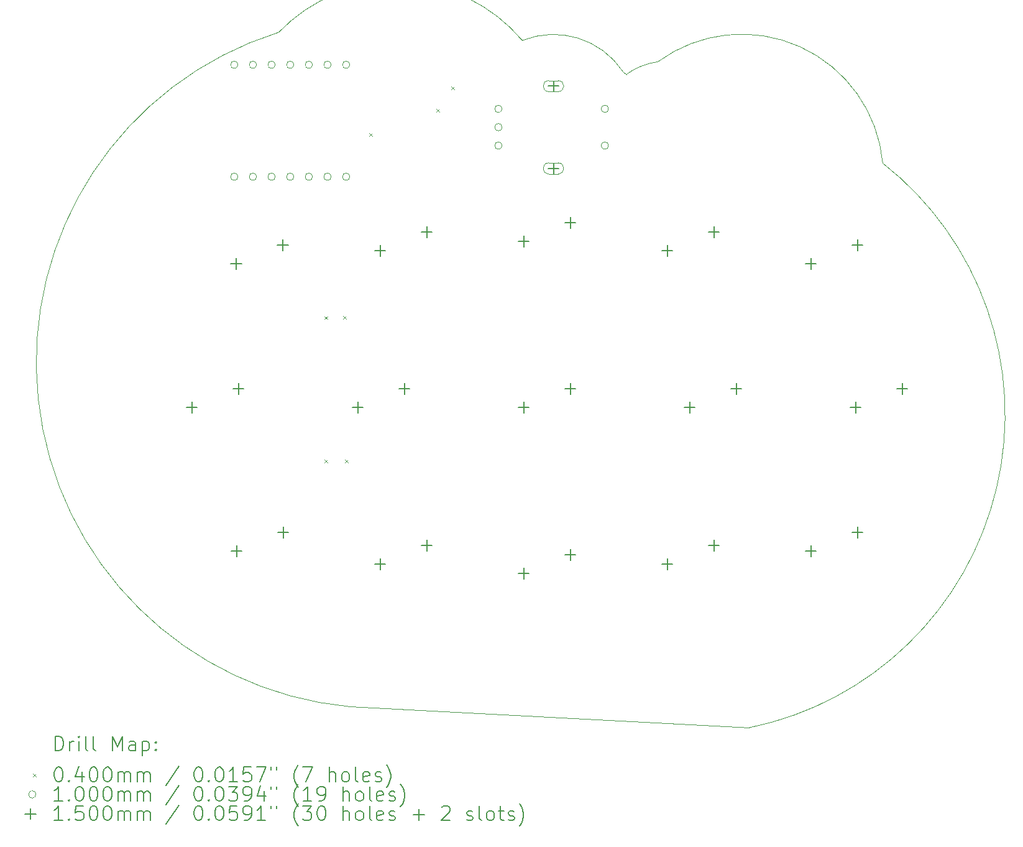
<source format=gbr>
%TF.GenerationSoftware,KiCad,Pcbnew,8.0.5-8.0.5-0~ubuntu22.04.1*%
%TF.CreationDate,2024-10-13T07:52:35-06:00*%
%TF.ProjectId,frogpad,66726f67-7061-4642-9e6b-696361645f70,rev?*%
%TF.SameCoordinates,Original*%
%TF.FileFunction,Drillmap*%
%TF.FilePolarity,Positive*%
%FSLAX45Y45*%
G04 Gerber Fmt 4.5, Leading zero omitted, Abs format (unit mm)*
G04 Created by KiCad (PCBNEW 8.0.5-8.0.5-0~ubuntu22.04.1) date 2024-10-13 07:52:35*
%MOMM*%
%LPD*%
G01*
G04 APERTURE LIST*
%ADD10C,0.100000*%
%ADD11C,0.200000*%
%ADD12C,0.150000*%
G04 APERTURE END LIST*
D10*
X17947787Y-6406427D02*
G75*
G02*
X16133500Y-14091382I-2682387J-3423373D01*
G01*
X14405086Y-5154933D02*
X14454931Y-5197400D01*
X14883813Y-5026267D02*
G75*
G02*
X17947787Y-6406427I1143587J-1552333D01*
G01*
X14454931Y-5197400D02*
G75*
G02*
X14883813Y-5026267I556469J-771600D01*
G01*
X9719368Y-4624958D02*
G75*
G02*
X13037157Y-4735854I1609032J-1547242D01*
G01*
X13037157Y-4735854D02*
G75*
G02*
X14405086Y-5154933I424843J-1055346D01*
G01*
X10689840Y-13806845D02*
G75*
G02*
X9719368Y-4624958I435360J4688245D01*
G01*
X16133500Y-14091382D02*
X10689840Y-13806845D01*
D11*
D10*
X10341400Y-8490800D02*
X10381400Y-8530800D01*
X10381400Y-8490800D02*
X10341400Y-8530800D01*
X10343200Y-10444800D02*
X10383200Y-10484800D01*
X10383200Y-10444800D02*
X10343200Y-10484800D01*
X10597200Y-8489000D02*
X10637200Y-8529000D01*
X10637200Y-8489000D02*
X10597200Y-8529000D01*
X10622600Y-10444800D02*
X10662600Y-10484800D01*
X10662600Y-10444800D02*
X10622600Y-10484800D01*
X10952800Y-5999800D02*
X10992800Y-6039800D01*
X10992800Y-5999800D02*
X10952800Y-6039800D01*
X11867200Y-5669600D02*
X11907200Y-5709600D01*
X11907200Y-5669600D02*
X11867200Y-5709600D01*
X12070400Y-5364800D02*
X12110400Y-5404800D01*
X12110400Y-5364800D02*
X12070400Y-5404800D01*
X9163602Y-5066575D02*
G75*
G02*
X9063602Y-5066575I-50000J0D01*
G01*
X9063602Y-5066575D02*
G75*
G02*
X9163602Y-5066575I50000J0D01*
G01*
X9163602Y-6591575D02*
G75*
G02*
X9063602Y-6591575I-50000J0D01*
G01*
X9063602Y-6591575D02*
G75*
G02*
X9163602Y-6591575I50000J0D01*
G01*
X9417602Y-5066575D02*
G75*
G02*
X9317602Y-5066575I-50000J0D01*
G01*
X9317602Y-5066575D02*
G75*
G02*
X9417602Y-5066575I50000J0D01*
G01*
X9417602Y-6591575D02*
G75*
G02*
X9317602Y-6591575I-50000J0D01*
G01*
X9317602Y-6591575D02*
G75*
G02*
X9417602Y-6591575I50000J0D01*
G01*
X9671602Y-5066575D02*
G75*
G02*
X9571602Y-5066575I-50000J0D01*
G01*
X9571602Y-5066575D02*
G75*
G02*
X9671602Y-5066575I50000J0D01*
G01*
X9671602Y-6591575D02*
G75*
G02*
X9571602Y-6591575I-50000J0D01*
G01*
X9571602Y-6591575D02*
G75*
G02*
X9671602Y-6591575I50000J0D01*
G01*
X9925602Y-5066575D02*
G75*
G02*
X9825602Y-5066575I-50000J0D01*
G01*
X9825602Y-5066575D02*
G75*
G02*
X9925602Y-5066575I50000J0D01*
G01*
X9925602Y-6591575D02*
G75*
G02*
X9825602Y-6591575I-50000J0D01*
G01*
X9825602Y-6591575D02*
G75*
G02*
X9925602Y-6591575I50000J0D01*
G01*
X10179602Y-5066575D02*
G75*
G02*
X10079602Y-5066575I-50000J0D01*
G01*
X10079602Y-5066575D02*
G75*
G02*
X10179602Y-5066575I50000J0D01*
G01*
X10179602Y-6591575D02*
G75*
G02*
X10079602Y-6591575I-50000J0D01*
G01*
X10079602Y-6591575D02*
G75*
G02*
X10179602Y-6591575I50000J0D01*
G01*
X10433602Y-5066575D02*
G75*
G02*
X10333602Y-5066575I-50000J0D01*
G01*
X10333602Y-5066575D02*
G75*
G02*
X10433602Y-5066575I50000J0D01*
G01*
X10433602Y-6591575D02*
G75*
G02*
X10333602Y-6591575I-50000J0D01*
G01*
X10333602Y-6591575D02*
G75*
G02*
X10433602Y-6591575I50000J0D01*
G01*
X10687602Y-5066575D02*
G75*
G02*
X10587602Y-5066575I-50000J0D01*
G01*
X10587602Y-5066575D02*
G75*
G02*
X10687602Y-5066575I50000J0D01*
G01*
X10687602Y-6591575D02*
G75*
G02*
X10587602Y-6591575I-50000J0D01*
G01*
X10587602Y-6591575D02*
G75*
G02*
X10687602Y-6591575I50000J0D01*
G01*
X12762000Y-5667000D02*
G75*
G02*
X12662000Y-5667000I-50000J0D01*
G01*
X12662000Y-5667000D02*
G75*
G02*
X12762000Y-5667000I50000J0D01*
G01*
X12762000Y-5917000D02*
G75*
G02*
X12662000Y-5917000I-50000J0D01*
G01*
X12662000Y-5917000D02*
G75*
G02*
X12762000Y-5917000I50000J0D01*
G01*
X12762000Y-6167000D02*
G75*
G02*
X12662000Y-6167000I-50000J0D01*
G01*
X12662000Y-6167000D02*
G75*
G02*
X12762000Y-6167000I50000J0D01*
G01*
X14212000Y-5667000D02*
G75*
G02*
X14112000Y-5667000I-50000J0D01*
G01*
X14112000Y-5667000D02*
G75*
G02*
X14212000Y-5667000I50000J0D01*
G01*
X14212000Y-6167000D02*
G75*
G02*
X14112000Y-6167000I-50000J0D01*
G01*
X14112000Y-6167000D02*
G75*
G02*
X14212000Y-6167000I50000J0D01*
G01*
D12*
X8534400Y-9653200D02*
X8534400Y-9803200D01*
X8459400Y-9728200D02*
X8609400Y-9728200D01*
X9141460Y-7697400D02*
X9141460Y-7847400D01*
X9066460Y-7772400D02*
X9216460Y-7772400D01*
X9144000Y-11609000D02*
X9144000Y-11759000D01*
X9069000Y-11684000D02*
X9219000Y-11684000D01*
X9169400Y-9399200D02*
X9169400Y-9549200D01*
X9094400Y-9474200D02*
X9244400Y-9474200D01*
X9776460Y-7443400D02*
X9776460Y-7593400D01*
X9701460Y-7518400D02*
X9851460Y-7518400D01*
X9779000Y-11355000D02*
X9779000Y-11505000D01*
X9704000Y-11430000D02*
X9854000Y-11430000D01*
X10795000Y-9653200D02*
X10795000Y-9803200D01*
X10720000Y-9728200D02*
X10870000Y-9728200D01*
X11099800Y-7519600D02*
X11099800Y-7669600D01*
X11024800Y-7594600D02*
X11174800Y-7594600D01*
X11099800Y-11786800D02*
X11099800Y-11936800D01*
X11024800Y-11861800D02*
X11174800Y-11861800D01*
X11430000Y-9399200D02*
X11430000Y-9549200D01*
X11355000Y-9474200D02*
X11505000Y-9474200D01*
X11734800Y-7265600D02*
X11734800Y-7415600D01*
X11659800Y-7340600D02*
X11809800Y-7340600D01*
X11734800Y-11532800D02*
X11734800Y-11682800D01*
X11659800Y-11607800D02*
X11809800Y-11607800D01*
X13055600Y-7392600D02*
X13055600Y-7542600D01*
X12980600Y-7467600D02*
X13130600Y-7467600D01*
X13055600Y-9653200D02*
X13055600Y-9803200D01*
X12980600Y-9728200D02*
X13130600Y-9728200D01*
X13055600Y-11913800D02*
X13055600Y-12063800D01*
X12980600Y-11988800D02*
X13130600Y-11988800D01*
X13462000Y-5282000D02*
X13462000Y-5432000D01*
X13387000Y-5357000D02*
X13537000Y-5357000D01*
D10*
X13397000Y-5432000D02*
X13527000Y-5432000D01*
X13527000Y-5282000D02*
G75*
G02*
X13527000Y-5432000I0J-75000D01*
G01*
X13527000Y-5282000D02*
X13397000Y-5282000D01*
X13397000Y-5282000D02*
G75*
G03*
X13397000Y-5432000I0J-75000D01*
G01*
D12*
X13462000Y-6402000D02*
X13462000Y-6552000D01*
X13387000Y-6477000D02*
X13537000Y-6477000D01*
D10*
X13397000Y-6552000D02*
X13527000Y-6552000D01*
X13527000Y-6402000D02*
G75*
G02*
X13527000Y-6552000I0J-75000D01*
G01*
X13527000Y-6402000D02*
X13397000Y-6402000D01*
X13397000Y-6402000D02*
G75*
G03*
X13397000Y-6552000I0J-75000D01*
G01*
D12*
X13690600Y-7138600D02*
X13690600Y-7288600D01*
X13615600Y-7213600D02*
X13765600Y-7213600D01*
X13690600Y-9399200D02*
X13690600Y-9549200D01*
X13615600Y-9474200D02*
X13765600Y-9474200D01*
X13690600Y-11659800D02*
X13690600Y-11809800D01*
X13615600Y-11734800D02*
X13765600Y-11734800D01*
X15011400Y-7519600D02*
X15011400Y-7669600D01*
X14936400Y-7594600D02*
X15086400Y-7594600D01*
X15011400Y-11786800D02*
X15011400Y-11936800D01*
X14936400Y-11861800D02*
X15086400Y-11861800D01*
X15316200Y-9653200D02*
X15316200Y-9803200D01*
X15241200Y-9728200D02*
X15391200Y-9728200D01*
X15646400Y-7265600D02*
X15646400Y-7415600D01*
X15571400Y-7340600D02*
X15721400Y-7340600D01*
X15646400Y-11532800D02*
X15646400Y-11682800D01*
X15571400Y-11607800D02*
X15721400Y-11607800D01*
X15951200Y-9399200D02*
X15951200Y-9549200D01*
X15876200Y-9474200D02*
X16026200Y-9474200D01*
X16967200Y-7697400D02*
X16967200Y-7847400D01*
X16892200Y-7772400D02*
X17042200Y-7772400D01*
X16967200Y-11609000D02*
X16967200Y-11759000D01*
X16892200Y-11684000D02*
X17042200Y-11684000D01*
X17576800Y-9653200D02*
X17576800Y-9803200D01*
X17501800Y-9728200D02*
X17651800Y-9728200D01*
X17602200Y-7443400D02*
X17602200Y-7593400D01*
X17527200Y-7518400D02*
X17677200Y-7518400D01*
X17602200Y-11355000D02*
X17602200Y-11505000D01*
X17527200Y-11430000D02*
X17677200Y-11430000D01*
X18211800Y-9399200D02*
X18211800Y-9549200D01*
X18136800Y-9474200D02*
X18286800Y-9474200D01*
D11*
X6672561Y-14407866D02*
X6672561Y-14207866D01*
X6672561Y-14207866D02*
X6720180Y-14207866D01*
X6720180Y-14207866D02*
X6748751Y-14217390D01*
X6748751Y-14217390D02*
X6767799Y-14236437D01*
X6767799Y-14236437D02*
X6777323Y-14255485D01*
X6777323Y-14255485D02*
X6786846Y-14293580D01*
X6786846Y-14293580D02*
X6786846Y-14322152D01*
X6786846Y-14322152D02*
X6777323Y-14360247D01*
X6777323Y-14360247D02*
X6767799Y-14379294D01*
X6767799Y-14379294D02*
X6748751Y-14398342D01*
X6748751Y-14398342D02*
X6720180Y-14407866D01*
X6720180Y-14407866D02*
X6672561Y-14407866D01*
X6872561Y-14407866D02*
X6872561Y-14274533D01*
X6872561Y-14312628D02*
X6882084Y-14293580D01*
X6882084Y-14293580D02*
X6891608Y-14284056D01*
X6891608Y-14284056D02*
X6910656Y-14274533D01*
X6910656Y-14274533D02*
X6929704Y-14274533D01*
X6996370Y-14407866D02*
X6996370Y-14274533D01*
X6996370Y-14207866D02*
X6986846Y-14217390D01*
X6986846Y-14217390D02*
X6996370Y-14226914D01*
X6996370Y-14226914D02*
X7005894Y-14217390D01*
X7005894Y-14217390D02*
X6996370Y-14207866D01*
X6996370Y-14207866D02*
X6996370Y-14226914D01*
X7120180Y-14407866D02*
X7101132Y-14398342D01*
X7101132Y-14398342D02*
X7091608Y-14379294D01*
X7091608Y-14379294D02*
X7091608Y-14207866D01*
X7224942Y-14407866D02*
X7205894Y-14398342D01*
X7205894Y-14398342D02*
X7196370Y-14379294D01*
X7196370Y-14379294D02*
X7196370Y-14207866D01*
X7453513Y-14407866D02*
X7453513Y-14207866D01*
X7453513Y-14207866D02*
X7520180Y-14350723D01*
X7520180Y-14350723D02*
X7586846Y-14207866D01*
X7586846Y-14207866D02*
X7586846Y-14407866D01*
X7767799Y-14407866D02*
X7767799Y-14303104D01*
X7767799Y-14303104D02*
X7758275Y-14284056D01*
X7758275Y-14284056D02*
X7739227Y-14274533D01*
X7739227Y-14274533D02*
X7701132Y-14274533D01*
X7701132Y-14274533D02*
X7682084Y-14284056D01*
X7767799Y-14398342D02*
X7748751Y-14407866D01*
X7748751Y-14407866D02*
X7701132Y-14407866D01*
X7701132Y-14407866D02*
X7682084Y-14398342D01*
X7682084Y-14398342D02*
X7672561Y-14379294D01*
X7672561Y-14379294D02*
X7672561Y-14360247D01*
X7672561Y-14360247D02*
X7682084Y-14341199D01*
X7682084Y-14341199D02*
X7701132Y-14331675D01*
X7701132Y-14331675D02*
X7748751Y-14331675D01*
X7748751Y-14331675D02*
X7767799Y-14322152D01*
X7863037Y-14274533D02*
X7863037Y-14474533D01*
X7863037Y-14284056D02*
X7882084Y-14274533D01*
X7882084Y-14274533D02*
X7920180Y-14274533D01*
X7920180Y-14274533D02*
X7939227Y-14284056D01*
X7939227Y-14284056D02*
X7948751Y-14293580D01*
X7948751Y-14293580D02*
X7958275Y-14312628D01*
X7958275Y-14312628D02*
X7958275Y-14369771D01*
X7958275Y-14369771D02*
X7948751Y-14388818D01*
X7948751Y-14388818D02*
X7939227Y-14398342D01*
X7939227Y-14398342D02*
X7920180Y-14407866D01*
X7920180Y-14407866D02*
X7882084Y-14407866D01*
X7882084Y-14407866D02*
X7863037Y-14398342D01*
X8043989Y-14388818D02*
X8053513Y-14398342D01*
X8053513Y-14398342D02*
X8043989Y-14407866D01*
X8043989Y-14407866D02*
X8034465Y-14398342D01*
X8034465Y-14398342D02*
X8043989Y-14388818D01*
X8043989Y-14388818D02*
X8043989Y-14407866D01*
X8043989Y-14284056D02*
X8053513Y-14293580D01*
X8053513Y-14293580D02*
X8043989Y-14303104D01*
X8043989Y-14303104D02*
X8034465Y-14293580D01*
X8034465Y-14293580D02*
X8043989Y-14284056D01*
X8043989Y-14284056D02*
X8043989Y-14303104D01*
D10*
X6371784Y-14716382D02*
X6411784Y-14756382D01*
X6411784Y-14716382D02*
X6371784Y-14756382D01*
D11*
X6710656Y-14627866D02*
X6729704Y-14627866D01*
X6729704Y-14627866D02*
X6748751Y-14637390D01*
X6748751Y-14637390D02*
X6758275Y-14646914D01*
X6758275Y-14646914D02*
X6767799Y-14665961D01*
X6767799Y-14665961D02*
X6777323Y-14704056D01*
X6777323Y-14704056D02*
X6777323Y-14751675D01*
X6777323Y-14751675D02*
X6767799Y-14789771D01*
X6767799Y-14789771D02*
X6758275Y-14808818D01*
X6758275Y-14808818D02*
X6748751Y-14818342D01*
X6748751Y-14818342D02*
X6729704Y-14827866D01*
X6729704Y-14827866D02*
X6710656Y-14827866D01*
X6710656Y-14827866D02*
X6691608Y-14818342D01*
X6691608Y-14818342D02*
X6682084Y-14808818D01*
X6682084Y-14808818D02*
X6672561Y-14789771D01*
X6672561Y-14789771D02*
X6663037Y-14751675D01*
X6663037Y-14751675D02*
X6663037Y-14704056D01*
X6663037Y-14704056D02*
X6672561Y-14665961D01*
X6672561Y-14665961D02*
X6682084Y-14646914D01*
X6682084Y-14646914D02*
X6691608Y-14637390D01*
X6691608Y-14637390D02*
X6710656Y-14627866D01*
X6863037Y-14808818D02*
X6872561Y-14818342D01*
X6872561Y-14818342D02*
X6863037Y-14827866D01*
X6863037Y-14827866D02*
X6853513Y-14818342D01*
X6853513Y-14818342D02*
X6863037Y-14808818D01*
X6863037Y-14808818D02*
X6863037Y-14827866D01*
X7043989Y-14694533D02*
X7043989Y-14827866D01*
X6996370Y-14618342D02*
X6948751Y-14761199D01*
X6948751Y-14761199D02*
X7072561Y-14761199D01*
X7186846Y-14627866D02*
X7205894Y-14627866D01*
X7205894Y-14627866D02*
X7224942Y-14637390D01*
X7224942Y-14637390D02*
X7234465Y-14646914D01*
X7234465Y-14646914D02*
X7243989Y-14665961D01*
X7243989Y-14665961D02*
X7253513Y-14704056D01*
X7253513Y-14704056D02*
X7253513Y-14751675D01*
X7253513Y-14751675D02*
X7243989Y-14789771D01*
X7243989Y-14789771D02*
X7234465Y-14808818D01*
X7234465Y-14808818D02*
X7224942Y-14818342D01*
X7224942Y-14818342D02*
X7205894Y-14827866D01*
X7205894Y-14827866D02*
X7186846Y-14827866D01*
X7186846Y-14827866D02*
X7167799Y-14818342D01*
X7167799Y-14818342D02*
X7158275Y-14808818D01*
X7158275Y-14808818D02*
X7148751Y-14789771D01*
X7148751Y-14789771D02*
X7139227Y-14751675D01*
X7139227Y-14751675D02*
X7139227Y-14704056D01*
X7139227Y-14704056D02*
X7148751Y-14665961D01*
X7148751Y-14665961D02*
X7158275Y-14646914D01*
X7158275Y-14646914D02*
X7167799Y-14637390D01*
X7167799Y-14637390D02*
X7186846Y-14627866D01*
X7377323Y-14627866D02*
X7396370Y-14627866D01*
X7396370Y-14627866D02*
X7415418Y-14637390D01*
X7415418Y-14637390D02*
X7424942Y-14646914D01*
X7424942Y-14646914D02*
X7434465Y-14665961D01*
X7434465Y-14665961D02*
X7443989Y-14704056D01*
X7443989Y-14704056D02*
X7443989Y-14751675D01*
X7443989Y-14751675D02*
X7434465Y-14789771D01*
X7434465Y-14789771D02*
X7424942Y-14808818D01*
X7424942Y-14808818D02*
X7415418Y-14818342D01*
X7415418Y-14818342D02*
X7396370Y-14827866D01*
X7396370Y-14827866D02*
X7377323Y-14827866D01*
X7377323Y-14827866D02*
X7358275Y-14818342D01*
X7358275Y-14818342D02*
X7348751Y-14808818D01*
X7348751Y-14808818D02*
X7339227Y-14789771D01*
X7339227Y-14789771D02*
X7329704Y-14751675D01*
X7329704Y-14751675D02*
X7329704Y-14704056D01*
X7329704Y-14704056D02*
X7339227Y-14665961D01*
X7339227Y-14665961D02*
X7348751Y-14646914D01*
X7348751Y-14646914D02*
X7358275Y-14637390D01*
X7358275Y-14637390D02*
X7377323Y-14627866D01*
X7529704Y-14827866D02*
X7529704Y-14694533D01*
X7529704Y-14713580D02*
X7539227Y-14704056D01*
X7539227Y-14704056D02*
X7558275Y-14694533D01*
X7558275Y-14694533D02*
X7586846Y-14694533D01*
X7586846Y-14694533D02*
X7605894Y-14704056D01*
X7605894Y-14704056D02*
X7615418Y-14723104D01*
X7615418Y-14723104D02*
X7615418Y-14827866D01*
X7615418Y-14723104D02*
X7624942Y-14704056D01*
X7624942Y-14704056D02*
X7643989Y-14694533D01*
X7643989Y-14694533D02*
X7672561Y-14694533D01*
X7672561Y-14694533D02*
X7691608Y-14704056D01*
X7691608Y-14704056D02*
X7701132Y-14723104D01*
X7701132Y-14723104D02*
X7701132Y-14827866D01*
X7796370Y-14827866D02*
X7796370Y-14694533D01*
X7796370Y-14713580D02*
X7805894Y-14704056D01*
X7805894Y-14704056D02*
X7824942Y-14694533D01*
X7824942Y-14694533D02*
X7853513Y-14694533D01*
X7853513Y-14694533D02*
X7872561Y-14704056D01*
X7872561Y-14704056D02*
X7882085Y-14723104D01*
X7882085Y-14723104D02*
X7882085Y-14827866D01*
X7882085Y-14723104D02*
X7891608Y-14704056D01*
X7891608Y-14704056D02*
X7910656Y-14694533D01*
X7910656Y-14694533D02*
X7939227Y-14694533D01*
X7939227Y-14694533D02*
X7958275Y-14704056D01*
X7958275Y-14704056D02*
X7967799Y-14723104D01*
X7967799Y-14723104D02*
X7967799Y-14827866D01*
X8358275Y-14618342D02*
X8186847Y-14875485D01*
X8615418Y-14627866D02*
X8634466Y-14627866D01*
X8634466Y-14627866D02*
X8653513Y-14637390D01*
X8653513Y-14637390D02*
X8663037Y-14646914D01*
X8663037Y-14646914D02*
X8672561Y-14665961D01*
X8672561Y-14665961D02*
X8682085Y-14704056D01*
X8682085Y-14704056D02*
X8682085Y-14751675D01*
X8682085Y-14751675D02*
X8672561Y-14789771D01*
X8672561Y-14789771D02*
X8663037Y-14808818D01*
X8663037Y-14808818D02*
X8653513Y-14818342D01*
X8653513Y-14818342D02*
X8634466Y-14827866D01*
X8634466Y-14827866D02*
X8615418Y-14827866D01*
X8615418Y-14827866D02*
X8596370Y-14818342D01*
X8596370Y-14818342D02*
X8586847Y-14808818D01*
X8586847Y-14808818D02*
X8577323Y-14789771D01*
X8577323Y-14789771D02*
X8567799Y-14751675D01*
X8567799Y-14751675D02*
X8567799Y-14704056D01*
X8567799Y-14704056D02*
X8577323Y-14665961D01*
X8577323Y-14665961D02*
X8586847Y-14646914D01*
X8586847Y-14646914D02*
X8596370Y-14637390D01*
X8596370Y-14637390D02*
X8615418Y-14627866D01*
X8767799Y-14808818D02*
X8777323Y-14818342D01*
X8777323Y-14818342D02*
X8767799Y-14827866D01*
X8767799Y-14827866D02*
X8758275Y-14818342D01*
X8758275Y-14818342D02*
X8767799Y-14808818D01*
X8767799Y-14808818D02*
X8767799Y-14827866D01*
X8901132Y-14627866D02*
X8920180Y-14627866D01*
X8920180Y-14627866D02*
X8939228Y-14637390D01*
X8939228Y-14637390D02*
X8948751Y-14646914D01*
X8948751Y-14646914D02*
X8958275Y-14665961D01*
X8958275Y-14665961D02*
X8967799Y-14704056D01*
X8967799Y-14704056D02*
X8967799Y-14751675D01*
X8967799Y-14751675D02*
X8958275Y-14789771D01*
X8958275Y-14789771D02*
X8948751Y-14808818D01*
X8948751Y-14808818D02*
X8939228Y-14818342D01*
X8939228Y-14818342D02*
X8920180Y-14827866D01*
X8920180Y-14827866D02*
X8901132Y-14827866D01*
X8901132Y-14827866D02*
X8882085Y-14818342D01*
X8882085Y-14818342D02*
X8872561Y-14808818D01*
X8872561Y-14808818D02*
X8863037Y-14789771D01*
X8863037Y-14789771D02*
X8853513Y-14751675D01*
X8853513Y-14751675D02*
X8853513Y-14704056D01*
X8853513Y-14704056D02*
X8863037Y-14665961D01*
X8863037Y-14665961D02*
X8872561Y-14646914D01*
X8872561Y-14646914D02*
X8882085Y-14637390D01*
X8882085Y-14637390D02*
X8901132Y-14627866D01*
X9158275Y-14827866D02*
X9043990Y-14827866D01*
X9101132Y-14827866D02*
X9101132Y-14627866D01*
X9101132Y-14627866D02*
X9082085Y-14656437D01*
X9082085Y-14656437D02*
X9063037Y-14675485D01*
X9063037Y-14675485D02*
X9043990Y-14685009D01*
X9339228Y-14627866D02*
X9243990Y-14627866D01*
X9243990Y-14627866D02*
X9234466Y-14723104D01*
X9234466Y-14723104D02*
X9243990Y-14713580D01*
X9243990Y-14713580D02*
X9263037Y-14704056D01*
X9263037Y-14704056D02*
X9310656Y-14704056D01*
X9310656Y-14704056D02*
X9329704Y-14713580D01*
X9329704Y-14713580D02*
X9339228Y-14723104D01*
X9339228Y-14723104D02*
X9348751Y-14742152D01*
X9348751Y-14742152D02*
X9348751Y-14789771D01*
X9348751Y-14789771D02*
X9339228Y-14808818D01*
X9339228Y-14808818D02*
X9329704Y-14818342D01*
X9329704Y-14818342D02*
X9310656Y-14827866D01*
X9310656Y-14827866D02*
X9263037Y-14827866D01*
X9263037Y-14827866D02*
X9243990Y-14818342D01*
X9243990Y-14818342D02*
X9234466Y-14808818D01*
X9415418Y-14627866D02*
X9548751Y-14627866D01*
X9548751Y-14627866D02*
X9463037Y-14827866D01*
X9615418Y-14627866D02*
X9615418Y-14665961D01*
X9691609Y-14627866D02*
X9691609Y-14665961D01*
X9986847Y-14904056D02*
X9977323Y-14894533D01*
X9977323Y-14894533D02*
X9958275Y-14865961D01*
X9958275Y-14865961D02*
X9948752Y-14846914D01*
X9948752Y-14846914D02*
X9939228Y-14818342D01*
X9939228Y-14818342D02*
X9929704Y-14770723D01*
X9929704Y-14770723D02*
X9929704Y-14732628D01*
X9929704Y-14732628D02*
X9939228Y-14685009D01*
X9939228Y-14685009D02*
X9948752Y-14656437D01*
X9948752Y-14656437D02*
X9958275Y-14637390D01*
X9958275Y-14637390D02*
X9977323Y-14608818D01*
X9977323Y-14608818D02*
X9986847Y-14599294D01*
X10043990Y-14627866D02*
X10177323Y-14627866D01*
X10177323Y-14627866D02*
X10091609Y-14827866D01*
X10405894Y-14827866D02*
X10405894Y-14627866D01*
X10491609Y-14827866D02*
X10491609Y-14723104D01*
X10491609Y-14723104D02*
X10482085Y-14704056D01*
X10482085Y-14704056D02*
X10463037Y-14694533D01*
X10463037Y-14694533D02*
X10434466Y-14694533D01*
X10434466Y-14694533D02*
X10415418Y-14704056D01*
X10415418Y-14704056D02*
X10405894Y-14713580D01*
X10615418Y-14827866D02*
X10596371Y-14818342D01*
X10596371Y-14818342D02*
X10586847Y-14808818D01*
X10586847Y-14808818D02*
X10577323Y-14789771D01*
X10577323Y-14789771D02*
X10577323Y-14732628D01*
X10577323Y-14732628D02*
X10586847Y-14713580D01*
X10586847Y-14713580D02*
X10596371Y-14704056D01*
X10596371Y-14704056D02*
X10615418Y-14694533D01*
X10615418Y-14694533D02*
X10643990Y-14694533D01*
X10643990Y-14694533D02*
X10663037Y-14704056D01*
X10663037Y-14704056D02*
X10672561Y-14713580D01*
X10672561Y-14713580D02*
X10682085Y-14732628D01*
X10682085Y-14732628D02*
X10682085Y-14789771D01*
X10682085Y-14789771D02*
X10672561Y-14808818D01*
X10672561Y-14808818D02*
X10663037Y-14818342D01*
X10663037Y-14818342D02*
X10643990Y-14827866D01*
X10643990Y-14827866D02*
X10615418Y-14827866D01*
X10796371Y-14827866D02*
X10777323Y-14818342D01*
X10777323Y-14818342D02*
X10767799Y-14799294D01*
X10767799Y-14799294D02*
X10767799Y-14627866D01*
X10948752Y-14818342D02*
X10929704Y-14827866D01*
X10929704Y-14827866D02*
X10891609Y-14827866D01*
X10891609Y-14827866D02*
X10872561Y-14818342D01*
X10872561Y-14818342D02*
X10863037Y-14799294D01*
X10863037Y-14799294D02*
X10863037Y-14723104D01*
X10863037Y-14723104D02*
X10872561Y-14704056D01*
X10872561Y-14704056D02*
X10891609Y-14694533D01*
X10891609Y-14694533D02*
X10929704Y-14694533D01*
X10929704Y-14694533D02*
X10948752Y-14704056D01*
X10948752Y-14704056D02*
X10958275Y-14723104D01*
X10958275Y-14723104D02*
X10958275Y-14742152D01*
X10958275Y-14742152D02*
X10863037Y-14761199D01*
X11034466Y-14818342D02*
X11053514Y-14827866D01*
X11053514Y-14827866D02*
X11091609Y-14827866D01*
X11091609Y-14827866D02*
X11110656Y-14818342D01*
X11110656Y-14818342D02*
X11120180Y-14799294D01*
X11120180Y-14799294D02*
X11120180Y-14789771D01*
X11120180Y-14789771D02*
X11110656Y-14770723D01*
X11110656Y-14770723D02*
X11091609Y-14761199D01*
X11091609Y-14761199D02*
X11063037Y-14761199D01*
X11063037Y-14761199D02*
X11043990Y-14751675D01*
X11043990Y-14751675D02*
X11034466Y-14732628D01*
X11034466Y-14732628D02*
X11034466Y-14723104D01*
X11034466Y-14723104D02*
X11043990Y-14704056D01*
X11043990Y-14704056D02*
X11063037Y-14694533D01*
X11063037Y-14694533D02*
X11091609Y-14694533D01*
X11091609Y-14694533D02*
X11110656Y-14704056D01*
X11186847Y-14904056D02*
X11196371Y-14894533D01*
X11196371Y-14894533D02*
X11215418Y-14865961D01*
X11215418Y-14865961D02*
X11224942Y-14846914D01*
X11224942Y-14846914D02*
X11234466Y-14818342D01*
X11234466Y-14818342D02*
X11243990Y-14770723D01*
X11243990Y-14770723D02*
X11243990Y-14732628D01*
X11243990Y-14732628D02*
X11234466Y-14685009D01*
X11234466Y-14685009D02*
X11224942Y-14656437D01*
X11224942Y-14656437D02*
X11215418Y-14637390D01*
X11215418Y-14637390D02*
X11196371Y-14608818D01*
X11196371Y-14608818D02*
X11186847Y-14599294D01*
D10*
X6411784Y-15000382D02*
G75*
G02*
X6311784Y-15000382I-50000J0D01*
G01*
X6311784Y-15000382D02*
G75*
G02*
X6411784Y-15000382I50000J0D01*
G01*
D11*
X6777323Y-15091866D02*
X6663037Y-15091866D01*
X6720180Y-15091866D02*
X6720180Y-14891866D01*
X6720180Y-14891866D02*
X6701132Y-14920437D01*
X6701132Y-14920437D02*
X6682084Y-14939485D01*
X6682084Y-14939485D02*
X6663037Y-14949009D01*
X6863037Y-15072818D02*
X6872561Y-15082342D01*
X6872561Y-15082342D02*
X6863037Y-15091866D01*
X6863037Y-15091866D02*
X6853513Y-15082342D01*
X6853513Y-15082342D02*
X6863037Y-15072818D01*
X6863037Y-15072818D02*
X6863037Y-15091866D01*
X6996370Y-14891866D02*
X7015418Y-14891866D01*
X7015418Y-14891866D02*
X7034465Y-14901390D01*
X7034465Y-14901390D02*
X7043989Y-14910914D01*
X7043989Y-14910914D02*
X7053513Y-14929961D01*
X7053513Y-14929961D02*
X7063037Y-14968056D01*
X7063037Y-14968056D02*
X7063037Y-15015675D01*
X7063037Y-15015675D02*
X7053513Y-15053771D01*
X7053513Y-15053771D02*
X7043989Y-15072818D01*
X7043989Y-15072818D02*
X7034465Y-15082342D01*
X7034465Y-15082342D02*
X7015418Y-15091866D01*
X7015418Y-15091866D02*
X6996370Y-15091866D01*
X6996370Y-15091866D02*
X6977323Y-15082342D01*
X6977323Y-15082342D02*
X6967799Y-15072818D01*
X6967799Y-15072818D02*
X6958275Y-15053771D01*
X6958275Y-15053771D02*
X6948751Y-15015675D01*
X6948751Y-15015675D02*
X6948751Y-14968056D01*
X6948751Y-14968056D02*
X6958275Y-14929961D01*
X6958275Y-14929961D02*
X6967799Y-14910914D01*
X6967799Y-14910914D02*
X6977323Y-14901390D01*
X6977323Y-14901390D02*
X6996370Y-14891866D01*
X7186846Y-14891866D02*
X7205894Y-14891866D01*
X7205894Y-14891866D02*
X7224942Y-14901390D01*
X7224942Y-14901390D02*
X7234465Y-14910914D01*
X7234465Y-14910914D02*
X7243989Y-14929961D01*
X7243989Y-14929961D02*
X7253513Y-14968056D01*
X7253513Y-14968056D02*
X7253513Y-15015675D01*
X7253513Y-15015675D02*
X7243989Y-15053771D01*
X7243989Y-15053771D02*
X7234465Y-15072818D01*
X7234465Y-15072818D02*
X7224942Y-15082342D01*
X7224942Y-15082342D02*
X7205894Y-15091866D01*
X7205894Y-15091866D02*
X7186846Y-15091866D01*
X7186846Y-15091866D02*
X7167799Y-15082342D01*
X7167799Y-15082342D02*
X7158275Y-15072818D01*
X7158275Y-15072818D02*
X7148751Y-15053771D01*
X7148751Y-15053771D02*
X7139227Y-15015675D01*
X7139227Y-15015675D02*
X7139227Y-14968056D01*
X7139227Y-14968056D02*
X7148751Y-14929961D01*
X7148751Y-14929961D02*
X7158275Y-14910914D01*
X7158275Y-14910914D02*
X7167799Y-14901390D01*
X7167799Y-14901390D02*
X7186846Y-14891866D01*
X7377323Y-14891866D02*
X7396370Y-14891866D01*
X7396370Y-14891866D02*
X7415418Y-14901390D01*
X7415418Y-14901390D02*
X7424942Y-14910914D01*
X7424942Y-14910914D02*
X7434465Y-14929961D01*
X7434465Y-14929961D02*
X7443989Y-14968056D01*
X7443989Y-14968056D02*
X7443989Y-15015675D01*
X7443989Y-15015675D02*
X7434465Y-15053771D01*
X7434465Y-15053771D02*
X7424942Y-15072818D01*
X7424942Y-15072818D02*
X7415418Y-15082342D01*
X7415418Y-15082342D02*
X7396370Y-15091866D01*
X7396370Y-15091866D02*
X7377323Y-15091866D01*
X7377323Y-15091866D02*
X7358275Y-15082342D01*
X7358275Y-15082342D02*
X7348751Y-15072818D01*
X7348751Y-15072818D02*
X7339227Y-15053771D01*
X7339227Y-15053771D02*
X7329704Y-15015675D01*
X7329704Y-15015675D02*
X7329704Y-14968056D01*
X7329704Y-14968056D02*
X7339227Y-14929961D01*
X7339227Y-14929961D02*
X7348751Y-14910914D01*
X7348751Y-14910914D02*
X7358275Y-14901390D01*
X7358275Y-14901390D02*
X7377323Y-14891866D01*
X7529704Y-15091866D02*
X7529704Y-14958533D01*
X7529704Y-14977580D02*
X7539227Y-14968056D01*
X7539227Y-14968056D02*
X7558275Y-14958533D01*
X7558275Y-14958533D02*
X7586846Y-14958533D01*
X7586846Y-14958533D02*
X7605894Y-14968056D01*
X7605894Y-14968056D02*
X7615418Y-14987104D01*
X7615418Y-14987104D02*
X7615418Y-15091866D01*
X7615418Y-14987104D02*
X7624942Y-14968056D01*
X7624942Y-14968056D02*
X7643989Y-14958533D01*
X7643989Y-14958533D02*
X7672561Y-14958533D01*
X7672561Y-14958533D02*
X7691608Y-14968056D01*
X7691608Y-14968056D02*
X7701132Y-14987104D01*
X7701132Y-14987104D02*
X7701132Y-15091866D01*
X7796370Y-15091866D02*
X7796370Y-14958533D01*
X7796370Y-14977580D02*
X7805894Y-14968056D01*
X7805894Y-14968056D02*
X7824942Y-14958533D01*
X7824942Y-14958533D02*
X7853513Y-14958533D01*
X7853513Y-14958533D02*
X7872561Y-14968056D01*
X7872561Y-14968056D02*
X7882085Y-14987104D01*
X7882085Y-14987104D02*
X7882085Y-15091866D01*
X7882085Y-14987104D02*
X7891608Y-14968056D01*
X7891608Y-14968056D02*
X7910656Y-14958533D01*
X7910656Y-14958533D02*
X7939227Y-14958533D01*
X7939227Y-14958533D02*
X7958275Y-14968056D01*
X7958275Y-14968056D02*
X7967799Y-14987104D01*
X7967799Y-14987104D02*
X7967799Y-15091866D01*
X8358275Y-14882342D02*
X8186847Y-15139485D01*
X8615418Y-14891866D02*
X8634466Y-14891866D01*
X8634466Y-14891866D02*
X8653513Y-14901390D01*
X8653513Y-14901390D02*
X8663037Y-14910914D01*
X8663037Y-14910914D02*
X8672561Y-14929961D01*
X8672561Y-14929961D02*
X8682085Y-14968056D01*
X8682085Y-14968056D02*
X8682085Y-15015675D01*
X8682085Y-15015675D02*
X8672561Y-15053771D01*
X8672561Y-15053771D02*
X8663037Y-15072818D01*
X8663037Y-15072818D02*
X8653513Y-15082342D01*
X8653513Y-15082342D02*
X8634466Y-15091866D01*
X8634466Y-15091866D02*
X8615418Y-15091866D01*
X8615418Y-15091866D02*
X8596370Y-15082342D01*
X8596370Y-15082342D02*
X8586847Y-15072818D01*
X8586847Y-15072818D02*
X8577323Y-15053771D01*
X8577323Y-15053771D02*
X8567799Y-15015675D01*
X8567799Y-15015675D02*
X8567799Y-14968056D01*
X8567799Y-14968056D02*
X8577323Y-14929961D01*
X8577323Y-14929961D02*
X8586847Y-14910914D01*
X8586847Y-14910914D02*
X8596370Y-14901390D01*
X8596370Y-14901390D02*
X8615418Y-14891866D01*
X8767799Y-15072818D02*
X8777323Y-15082342D01*
X8777323Y-15082342D02*
X8767799Y-15091866D01*
X8767799Y-15091866D02*
X8758275Y-15082342D01*
X8758275Y-15082342D02*
X8767799Y-15072818D01*
X8767799Y-15072818D02*
X8767799Y-15091866D01*
X8901132Y-14891866D02*
X8920180Y-14891866D01*
X8920180Y-14891866D02*
X8939228Y-14901390D01*
X8939228Y-14901390D02*
X8948751Y-14910914D01*
X8948751Y-14910914D02*
X8958275Y-14929961D01*
X8958275Y-14929961D02*
X8967799Y-14968056D01*
X8967799Y-14968056D02*
X8967799Y-15015675D01*
X8967799Y-15015675D02*
X8958275Y-15053771D01*
X8958275Y-15053771D02*
X8948751Y-15072818D01*
X8948751Y-15072818D02*
X8939228Y-15082342D01*
X8939228Y-15082342D02*
X8920180Y-15091866D01*
X8920180Y-15091866D02*
X8901132Y-15091866D01*
X8901132Y-15091866D02*
X8882085Y-15082342D01*
X8882085Y-15082342D02*
X8872561Y-15072818D01*
X8872561Y-15072818D02*
X8863037Y-15053771D01*
X8863037Y-15053771D02*
X8853513Y-15015675D01*
X8853513Y-15015675D02*
X8853513Y-14968056D01*
X8853513Y-14968056D02*
X8863037Y-14929961D01*
X8863037Y-14929961D02*
X8872561Y-14910914D01*
X8872561Y-14910914D02*
X8882085Y-14901390D01*
X8882085Y-14901390D02*
X8901132Y-14891866D01*
X9034466Y-14891866D02*
X9158275Y-14891866D01*
X9158275Y-14891866D02*
X9091609Y-14968056D01*
X9091609Y-14968056D02*
X9120180Y-14968056D01*
X9120180Y-14968056D02*
X9139228Y-14977580D01*
X9139228Y-14977580D02*
X9148751Y-14987104D01*
X9148751Y-14987104D02*
X9158275Y-15006152D01*
X9158275Y-15006152D02*
X9158275Y-15053771D01*
X9158275Y-15053771D02*
X9148751Y-15072818D01*
X9148751Y-15072818D02*
X9139228Y-15082342D01*
X9139228Y-15082342D02*
X9120180Y-15091866D01*
X9120180Y-15091866D02*
X9063037Y-15091866D01*
X9063037Y-15091866D02*
X9043990Y-15082342D01*
X9043990Y-15082342D02*
X9034466Y-15072818D01*
X9253513Y-15091866D02*
X9291609Y-15091866D01*
X9291609Y-15091866D02*
X9310656Y-15082342D01*
X9310656Y-15082342D02*
X9320180Y-15072818D01*
X9320180Y-15072818D02*
X9339228Y-15044247D01*
X9339228Y-15044247D02*
X9348751Y-15006152D01*
X9348751Y-15006152D02*
X9348751Y-14929961D01*
X9348751Y-14929961D02*
X9339228Y-14910914D01*
X9339228Y-14910914D02*
X9329704Y-14901390D01*
X9329704Y-14901390D02*
X9310656Y-14891866D01*
X9310656Y-14891866D02*
X9272561Y-14891866D01*
X9272561Y-14891866D02*
X9253513Y-14901390D01*
X9253513Y-14901390D02*
X9243990Y-14910914D01*
X9243990Y-14910914D02*
X9234466Y-14929961D01*
X9234466Y-14929961D02*
X9234466Y-14977580D01*
X9234466Y-14977580D02*
X9243990Y-14996628D01*
X9243990Y-14996628D02*
X9253513Y-15006152D01*
X9253513Y-15006152D02*
X9272561Y-15015675D01*
X9272561Y-15015675D02*
X9310656Y-15015675D01*
X9310656Y-15015675D02*
X9329704Y-15006152D01*
X9329704Y-15006152D02*
X9339228Y-14996628D01*
X9339228Y-14996628D02*
X9348751Y-14977580D01*
X9520180Y-14958533D02*
X9520180Y-15091866D01*
X9472561Y-14882342D02*
X9424942Y-15025199D01*
X9424942Y-15025199D02*
X9548751Y-15025199D01*
X9615418Y-14891866D02*
X9615418Y-14929961D01*
X9691609Y-14891866D02*
X9691609Y-14929961D01*
X9986847Y-15168056D02*
X9977323Y-15158533D01*
X9977323Y-15158533D02*
X9958275Y-15129961D01*
X9958275Y-15129961D02*
X9948752Y-15110914D01*
X9948752Y-15110914D02*
X9939228Y-15082342D01*
X9939228Y-15082342D02*
X9929704Y-15034723D01*
X9929704Y-15034723D02*
X9929704Y-14996628D01*
X9929704Y-14996628D02*
X9939228Y-14949009D01*
X9939228Y-14949009D02*
X9948752Y-14920437D01*
X9948752Y-14920437D02*
X9958275Y-14901390D01*
X9958275Y-14901390D02*
X9977323Y-14872818D01*
X9977323Y-14872818D02*
X9986847Y-14863294D01*
X10167799Y-15091866D02*
X10053513Y-15091866D01*
X10110656Y-15091866D02*
X10110656Y-14891866D01*
X10110656Y-14891866D02*
X10091609Y-14920437D01*
X10091609Y-14920437D02*
X10072561Y-14939485D01*
X10072561Y-14939485D02*
X10053513Y-14949009D01*
X10263037Y-15091866D02*
X10301132Y-15091866D01*
X10301132Y-15091866D02*
X10320180Y-15082342D01*
X10320180Y-15082342D02*
X10329704Y-15072818D01*
X10329704Y-15072818D02*
X10348752Y-15044247D01*
X10348752Y-15044247D02*
X10358275Y-15006152D01*
X10358275Y-15006152D02*
X10358275Y-14929961D01*
X10358275Y-14929961D02*
X10348752Y-14910914D01*
X10348752Y-14910914D02*
X10339228Y-14901390D01*
X10339228Y-14901390D02*
X10320180Y-14891866D01*
X10320180Y-14891866D02*
X10282085Y-14891866D01*
X10282085Y-14891866D02*
X10263037Y-14901390D01*
X10263037Y-14901390D02*
X10253513Y-14910914D01*
X10253513Y-14910914D02*
X10243990Y-14929961D01*
X10243990Y-14929961D02*
X10243990Y-14977580D01*
X10243990Y-14977580D02*
X10253513Y-14996628D01*
X10253513Y-14996628D02*
X10263037Y-15006152D01*
X10263037Y-15006152D02*
X10282085Y-15015675D01*
X10282085Y-15015675D02*
X10320180Y-15015675D01*
X10320180Y-15015675D02*
X10339228Y-15006152D01*
X10339228Y-15006152D02*
X10348752Y-14996628D01*
X10348752Y-14996628D02*
X10358275Y-14977580D01*
X10596371Y-15091866D02*
X10596371Y-14891866D01*
X10682085Y-15091866D02*
X10682085Y-14987104D01*
X10682085Y-14987104D02*
X10672561Y-14968056D01*
X10672561Y-14968056D02*
X10653514Y-14958533D01*
X10653514Y-14958533D02*
X10624942Y-14958533D01*
X10624942Y-14958533D02*
X10605894Y-14968056D01*
X10605894Y-14968056D02*
X10596371Y-14977580D01*
X10805894Y-15091866D02*
X10786847Y-15082342D01*
X10786847Y-15082342D02*
X10777323Y-15072818D01*
X10777323Y-15072818D02*
X10767799Y-15053771D01*
X10767799Y-15053771D02*
X10767799Y-14996628D01*
X10767799Y-14996628D02*
X10777323Y-14977580D01*
X10777323Y-14977580D02*
X10786847Y-14968056D01*
X10786847Y-14968056D02*
X10805894Y-14958533D01*
X10805894Y-14958533D02*
X10834466Y-14958533D01*
X10834466Y-14958533D02*
X10853514Y-14968056D01*
X10853514Y-14968056D02*
X10863037Y-14977580D01*
X10863037Y-14977580D02*
X10872561Y-14996628D01*
X10872561Y-14996628D02*
X10872561Y-15053771D01*
X10872561Y-15053771D02*
X10863037Y-15072818D01*
X10863037Y-15072818D02*
X10853514Y-15082342D01*
X10853514Y-15082342D02*
X10834466Y-15091866D01*
X10834466Y-15091866D02*
X10805894Y-15091866D01*
X10986847Y-15091866D02*
X10967799Y-15082342D01*
X10967799Y-15082342D02*
X10958275Y-15063294D01*
X10958275Y-15063294D02*
X10958275Y-14891866D01*
X11139228Y-15082342D02*
X11120180Y-15091866D01*
X11120180Y-15091866D02*
X11082085Y-15091866D01*
X11082085Y-15091866D02*
X11063037Y-15082342D01*
X11063037Y-15082342D02*
X11053514Y-15063294D01*
X11053514Y-15063294D02*
X11053514Y-14987104D01*
X11053514Y-14987104D02*
X11063037Y-14968056D01*
X11063037Y-14968056D02*
X11082085Y-14958533D01*
X11082085Y-14958533D02*
X11120180Y-14958533D01*
X11120180Y-14958533D02*
X11139228Y-14968056D01*
X11139228Y-14968056D02*
X11148752Y-14987104D01*
X11148752Y-14987104D02*
X11148752Y-15006152D01*
X11148752Y-15006152D02*
X11053514Y-15025199D01*
X11224942Y-15082342D02*
X11243990Y-15091866D01*
X11243990Y-15091866D02*
X11282085Y-15091866D01*
X11282085Y-15091866D02*
X11301133Y-15082342D01*
X11301133Y-15082342D02*
X11310656Y-15063294D01*
X11310656Y-15063294D02*
X11310656Y-15053771D01*
X11310656Y-15053771D02*
X11301133Y-15034723D01*
X11301133Y-15034723D02*
X11282085Y-15025199D01*
X11282085Y-15025199D02*
X11253513Y-15025199D01*
X11253513Y-15025199D02*
X11234466Y-15015675D01*
X11234466Y-15015675D02*
X11224942Y-14996628D01*
X11224942Y-14996628D02*
X11224942Y-14987104D01*
X11224942Y-14987104D02*
X11234466Y-14968056D01*
X11234466Y-14968056D02*
X11253513Y-14958533D01*
X11253513Y-14958533D02*
X11282085Y-14958533D01*
X11282085Y-14958533D02*
X11301133Y-14968056D01*
X11377323Y-15168056D02*
X11386847Y-15158533D01*
X11386847Y-15158533D02*
X11405894Y-15129961D01*
X11405894Y-15129961D02*
X11415418Y-15110914D01*
X11415418Y-15110914D02*
X11424942Y-15082342D01*
X11424942Y-15082342D02*
X11434466Y-15034723D01*
X11434466Y-15034723D02*
X11434466Y-14996628D01*
X11434466Y-14996628D02*
X11424942Y-14949009D01*
X11424942Y-14949009D02*
X11415418Y-14920437D01*
X11415418Y-14920437D02*
X11405894Y-14901390D01*
X11405894Y-14901390D02*
X11386847Y-14872818D01*
X11386847Y-14872818D02*
X11377323Y-14863294D01*
D12*
X6336784Y-15189382D02*
X6336784Y-15339382D01*
X6261784Y-15264382D02*
X6411784Y-15264382D01*
D11*
X6777323Y-15355866D02*
X6663037Y-15355866D01*
X6720180Y-15355866D02*
X6720180Y-15155866D01*
X6720180Y-15155866D02*
X6701132Y-15184437D01*
X6701132Y-15184437D02*
X6682084Y-15203485D01*
X6682084Y-15203485D02*
X6663037Y-15213009D01*
X6863037Y-15336818D02*
X6872561Y-15346342D01*
X6872561Y-15346342D02*
X6863037Y-15355866D01*
X6863037Y-15355866D02*
X6853513Y-15346342D01*
X6853513Y-15346342D02*
X6863037Y-15336818D01*
X6863037Y-15336818D02*
X6863037Y-15355866D01*
X7053513Y-15155866D02*
X6958275Y-15155866D01*
X6958275Y-15155866D02*
X6948751Y-15251104D01*
X6948751Y-15251104D02*
X6958275Y-15241580D01*
X6958275Y-15241580D02*
X6977323Y-15232056D01*
X6977323Y-15232056D02*
X7024942Y-15232056D01*
X7024942Y-15232056D02*
X7043989Y-15241580D01*
X7043989Y-15241580D02*
X7053513Y-15251104D01*
X7053513Y-15251104D02*
X7063037Y-15270152D01*
X7063037Y-15270152D02*
X7063037Y-15317771D01*
X7063037Y-15317771D02*
X7053513Y-15336818D01*
X7053513Y-15336818D02*
X7043989Y-15346342D01*
X7043989Y-15346342D02*
X7024942Y-15355866D01*
X7024942Y-15355866D02*
X6977323Y-15355866D01*
X6977323Y-15355866D02*
X6958275Y-15346342D01*
X6958275Y-15346342D02*
X6948751Y-15336818D01*
X7186846Y-15155866D02*
X7205894Y-15155866D01*
X7205894Y-15155866D02*
X7224942Y-15165390D01*
X7224942Y-15165390D02*
X7234465Y-15174914D01*
X7234465Y-15174914D02*
X7243989Y-15193961D01*
X7243989Y-15193961D02*
X7253513Y-15232056D01*
X7253513Y-15232056D02*
X7253513Y-15279675D01*
X7253513Y-15279675D02*
X7243989Y-15317771D01*
X7243989Y-15317771D02*
X7234465Y-15336818D01*
X7234465Y-15336818D02*
X7224942Y-15346342D01*
X7224942Y-15346342D02*
X7205894Y-15355866D01*
X7205894Y-15355866D02*
X7186846Y-15355866D01*
X7186846Y-15355866D02*
X7167799Y-15346342D01*
X7167799Y-15346342D02*
X7158275Y-15336818D01*
X7158275Y-15336818D02*
X7148751Y-15317771D01*
X7148751Y-15317771D02*
X7139227Y-15279675D01*
X7139227Y-15279675D02*
X7139227Y-15232056D01*
X7139227Y-15232056D02*
X7148751Y-15193961D01*
X7148751Y-15193961D02*
X7158275Y-15174914D01*
X7158275Y-15174914D02*
X7167799Y-15165390D01*
X7167799Y-15165390D02*
X7186846Y-15155866D01*
X7377323Y-15155866D02*
X7396370Y-15155866D01*
X7396370Y-15155866D02*
X7415418Y-15165390D01*
X7415418Y-15165390D02*
X7424942Y-15174914D01*
X7424942Y-15174914D02*
X7434465Y-15193961D01*
X7434465Y-15193961D02*
X7443989Y-15232056D01*
X7443989Y-15232056D02*
X7443989Y-15279675D01*
X7443989Y-15279675D02*
X7434465Y-15317771D01*
X7434465Y-15317771D02*
X7424942Y-15336818D01*
X7424942Y-15336818D02*
X7415418Y-15346342D01*
X7415418Y-15346342D02*
X7396370Y-15355866D01*
X7396370Y-15355866D02*
X7377323Y-15355866D01*
X7377323Y-15355866D02*
X7358275Y-15346342D01*
X7358275Y-15346342D02*
X7348751Y-15336818D01*
X7348751Y-15336818D02*
X7339227Y-15317771D01*
X7339227Y-15317771D02*
X7329704Y-15279675D01*
X7329704Y-15279675D02*
X7329704Y-15232056D01*
X7329704Y-15232056D02*
X7339227Y-15193961D01*
X7339227Y-15193961D02*
X7348751Y-15174914D01*
X7348751Y-15174914D02*
X7358275Y-15165390D01*
X7358275Y-15165390D02*
X7377323Y-15155866D01*
X7529704Y-15355866D02*
X7529704Y-15222533D01*
X7529704Y-15241580D02*
X7539227Y-15232056D01*
X7539227Y-15232056D02*
X7558275Y-15222533D01*
X7558275Y-15222533D02*
X7586846Y-15222533D01*
X7586846Y-15222533D02*
X7605894Y-15232056D01*
X7605894Y-15232056D02*
X7615418Y-15251104D01*
X7615418Y-15251104D02*
X7615418Y-15355866D01*
X7615418Y-15251104D02*
X7624942Y-15232056D01*
X7624942Y-15232056D02*
X7643989Y-15222533D01*
X7643989Y-15222533D02*
X7672561Y-15222533D01*
X7672561Y-15222533D02*
X7691608Y-15232056D01*
X7691608Y-15232056D02*
X7701132Y-15251104D01*
X7701132Y-15251104D02*
X7701132Y-15355866D01*
X7796370Y-15355866D02*
X7796370Y-15222533D01*
X7796370Y-15241580D02*
X7805894Y-15232056D01*
X7805894Y-15232056D02*
X7824942Y-15222533D01*
X7824942Y-15222533D02*
X7853513Y-15222533D01*
X7853513Y-15222533D02*
X7872561Y-15232056D01*
X7872561Y-15232056D02*
X7882085Y-15251104D01*
X7882085Y-15251104D02*
X7882085Y-15355866D01*
X7882085Y-15251104D02*
X7891608Y-15232056D01*
X7891608Y-15232056D02*
X7910656Y-15222533D01*
X7910656Y-15222533D02*
X7939227Y-15222533D01*
X7939227Y-15222533D02*
X7958275Y-15232056D01*
X7958275Y-15232056D02*
X7967799Y-15251104D01*
X7967799Y-15251104D02*
X7967799Y-15355866D01*
X8358275Y-15146342D02*
X8186847Y-15403485D01*
X8615418Y-15155866D02*
X8634466Y-15155866D01*
X8634466Y-15155866D02*
X8653513Y-15165390D01*
X8653513Y-15165390D02*
X8663037Y-15174914D01*
X8663037Y-15174914D02*
X8672561Y-15193961D01*
X8672561Y-15193961D02*
X8682085Y-15232056D01*
X8682085Y-15232056D02*
X8682085Y-15279675D01*
X8682085Y-15279675D02*
X8672561Y-15317771D01*
X8672561Y-15317771D02*
X8663037Y-15336818D01*
X8663037Y-15336818D02*
X8653513Y-15346342D01*
X8653513Y-15346342D02*
X8634466Y-15355866D01*
X8634466Y-15355866D02*
X8615418Y-15355866D01*
X8615418Y-15355866D02*
X8596370Y-15346342D01*
X8596370Y-15346342D02*
X8586847Y-15336818D01*
X8586847Y-15336818D02*
X8577323Y-15317771D01*
X8577323Y-15317771D02*
X8567799Y-15279675D01*
X8567799Y-15279675D02*
X8567799Y-15232056D01*
X8567799Y-15232056D02*
X8577323Y-15193961D01*
X8577323Y-15193961D02*
X8586847Y-15174914D01*
X8586847Y-15174914D02*
X8596370Y-15165390D01*
X8596370Y-15165390D02*
X8615418Y-15155866D01*
X8767799Y-15336818D02*
X8777323Y-15346342D01*
X8777323Y-15346342D02*
X8767799Y-15355866D01*
X8767799Y-15355866D02*
X8758275Y-15346342D01*
X8758275Y-15346342D02*
X8767799Y-15336818D01*
X8767799Y-15336818D02*
X8767799Y-15355866D01*
X8901132Y-15155866D02*
X8920180Y-15155866D01*
X8920180Y-15155866D02*
X8939228Y-15165390D01*
X8939228Y-15165390D02*
X8948751Y-15174914D01*
X8948751Y-15174914D02*
X8958275Y-15193961D01*
X8958275Y-15193961D02*
X8967799Y-15232056D01*
X8967799Y-15232056D02*
X8967799Y-15279675D01*
X8967799Y-15279675D02*
X8958275Y-15317771D01*
X8958275Y-15317771D02*
X8948751Y-15336818D01*
X8948751Y-15336818D02*
X8939228Y-15346342D01*
X8939228Y-15346342D02*
X8920180Y-15355866D01*
X8920180Y-15355866D02*
X8901132Y-15355866D01*
X8901132Y-15355866D02*
X8882085Y-15346342D01*
X8882085Y-15346342D02*
X8872561Y-15336818D01*
X8872561Y-15336818D02*
X8863037Y-15317771D01*
X8863037Y-15317771D02*
X8853513Y-15279675D01*
X8853513Y-15279675D02*
X8853513Y-15232056D01*
X8853513Y-15232056D02*
X8863037Y-15193961D01*
X8863037Y-15193961D02*
X8872561Y-15174914D01*
X8872561Y-15174914D02*
X8882085Y-15165390D01*
X8882085Y-15165390D02*
X8901132Y-15155866D01*
X9148751Y-15155866D02*
X9053513Y-15155866D01*
X9053513Y-15155866D02*
X9043990Y-15251104D01*
X9043990Y-15251104D02*
X9053513Y-15241580D01*
X9053513Y-15241580D02*
X9072561Y-15232056D01*
X9072561Y-15232056D02*
X9120180Y-15232056D01*
X9120180Y-15232056D02*
X9139228Y-15241580D01*
X9139228Y-15241580D02*
X9148751Y-15251104D01*
X9148751Y-15251104D02*
X9158275Y-15270152D01*
X9158275Y-15270152D02*
X9158275Y-15317771D01*
X9158275Y-15317771D02*
X9148751Y-15336818D01*
X9148751Y-15336818D02*
X9139228Y-15346342D01*
X9139228Y-15346342D02*
X9120180Y-15355866D01*
X9120180Y-15355866D02*
X9072561Y-15355866D01*
X9072561Y-15355866D02*
X9053513Y-15346342D01*
X9053513Y-15346342D02*
X9043990Y-15336818D01*
X9253513Y-15355866D02*
X9291609Y-15355866D01*
X9291609Y-15355866D02*
X9310656Y-15346342D01*
X9310656Y-15346342D02*
X9320180Y-15336818D01*
X9320180Y-15336818D02*
X9339228Y-15308247D01*
X9339228Y-15308247D02*
X9348751Y-15270152D01*
X9348751Y-15270152D02*
X9348751Y-15193961D01*
X9348751Y-15193961D02*
X9339228Y-15174914D01*
X9339228Y-15174914D02*
X9329704Y-15165390D01*
X9329704Y-15165390D02*
X9310656Y-15155866D01*
X9310656Y-15155866D02*
X9272561Y-15155866D01*
X9272561Y-15155866D02*
X9253513Y-15165390D01*
X9253513Y-15165390D02*
X9243990Y-15174914D01*
X9243990Y-15174914D02*
X9234466Y-15193961D01*
X9234466Y-15193961D02*
X9234466Y-15241580D01*
X9234466Y-15241580D02*
X9243990Y-15260628D01*
X9243990Y-15260628D02*
X9253513Y-15270152D01*
X9253513Y-15270152D02*
X9272561Y-15279675D01*
X9272561Y-15279675D02*
X9310656Y-15279675D01*
X9310656Y-15279675D02*
X9329704Y-15270152D01*
X9329704Y-15270152D02*
X9339228Y-15260628D01*
X9339228Y-15260628D02*
X9348751Y-15241580D01*
X9539228Y-15355866D02*
X9424942Y-15355866D01*
X9482085Y-15355866D02*
X9482085Y-15155866D01*
X9482085Y-15155866D02*
X9463037Y-15184437D01*
X9463037Y-15184437D02*
X9443990Y-15203485D01*
X9443990Y-15203485D02*
X9424942Y-15213009D01*
X9615418Y-15155866D02*
X9615418Y-15193961D01*
X9691609Y-15155866D02*
X9691609Y-15193961D01*
X9986847Y-15432056D02*
X9977323Y-15422533D01*
X9977323Y-15422533D02*
X9958275Y-15393961D01*
X9958275Y-15393961D02*
X9948752Y-15374914D01*
X9948752Y-15374914D02*
X9939228Y-15346342D01*
X9939228Y-15346342D02*
X9929704Y-15298723D01*
X9929704Y-15298723D02*
X9929704Y-15260628D01*
X9929704Y-15260628D02*
X9939228Y-15213009D01*
X9939228Y-15213009D02*
X9948752Y-15184437D01*
X9948752Y-15184437D02*
X9958275Y-15165390D01*
X9958275Y-15165390D02*
X9977323Y-15136818D01*
X9977323Y-15136818D02*
X9986847Y-15127294D01*
X10043990Y-15155866D02*
X10167799Y-15155866D01*
X10167799Y-15155866D02*
X10101132Y-15232056D01*
X10101132Y-15232056D02*
X10129704Y-15232056D01*
X10129704Y-15232056D02*
X10148752Y-15241580D01*
X10148752Y-15241580D02*
X10158275Y-15251104D01*
X10158275Y-15251104D02*
X10167799Y-15270152D01*
X10167799Y-15270152D02*
X10167799Y-15317771D01*
X10167799Y-15317771D02*
X10158275Y-15336818D01*
X10158275Y-15336818D02*
X10148752Y-15346342D01*
X10148752Y-15346342D02*
X10129704Y-15355866D01*
X10129704Y-15355866D02*
X10072561Y-15355866D01*
X10072561Y-15355866D02*
X10053513Y-15346342D01*
X10053513Y-15346342D02*
X10043990Y-15336818D01*
X10291609Y-15155866D02*
X10310656Y-15155866D01*
X10310656Y-15155866D02*
X10329704Y-15165390D01*
X10329704Y-15165390D02*
X10339228Y-15174914D01*
X10339228Y-15174914D02*
X10348752Y-15193961D01*
X10348752Y-15193961D02*
X10358275Y-15232056D01*
X10358275Y-15232056D02*
X10358275Y-15279675D01*
X10358275Y-15279675D02*
X10348752Y-15317771D01*
X10348752Y-15317771D02*
X10339228Y-15336818D01*
X10339228Y-15336818D02*
X10329704Y-15346342D01*
X10329704Y-15346342D02*
X10310656Y-15355866D01*
X10310656Y-15355866D02*
X10291609Y-15355866D01*
X10291609Y-15355866D02*
X10272561Y-15346342D01*
X10272561Y-15346342D02*
X10263037Y-15336818D01*
X10263037Y-15336818D02*
X10253513Y-15317771D01*
X10253513Y-15317771D02*
X10243990Y-15279675D01*
X10243990Y-15279675D02*
X10243990Y-15232056D01*
X10243990Y-15232056D02*
X10253513Y-15193961D01*
X10253513Y-15193961D02*
X10263037Y-15174914D01*
X10263037Y-15174914D02*
X10272561Y-15165390D01*
X10272561Y-15165390D02*
X10291609Y-15155866D01*
X10596371Y-15355866D02*
X10596371Y-15155866D01*
X10682085Y-15355866D02*
X10682085Y-15251104D01*
X10682085Y-15251104D02*
X10672561Y-15232056D01*
X10672561Y-15232056D02*
X10653514Y-15222533D01*
X10653514Y-15222533D02*
X10624942Y-15222533D01*
X10624942Y-15222533D02*
X10605894Y-15232056D01*
X10605894Y-15232056D02*
X10596371Y-15241580D01*
X10805894Y-15355866D02*
X10786847Y-15346342D01*
X10786847Y-15346342D02*
X10777323Y-15336818D01*
X10777323Y-15336818D02*
X10767799Y-15317771D01*
X10767799Y-15317771D02*
X10767799Y-15260628D01*
X10767799Y-15260628D02*
X10777323Y-15241580D01*
X10777323Y-15241580D02*
X10786847Y-15232056D01*
X10786847Y-15232056D02*
X10805894Y-15222533D01*
X10805894Y-15222533D02*
X10834466Y-15222533D01*
X10834466Y-15222533D02*
X10853514Y-15232056D01*
X10853514Y-15232056D02*
X10863037Y-15241580D01*
X10863037Y-15241580D02*
X10872561Y-15260628D01*
X10872561Y-15260628D02*
X10872561Y-15317771D01*
X10872561Y-15317771D02*
X10863037Y-15336818D01*
X10863037Y-15336818D02*
X10853514Y-15346342D01*
X10853514Y-15346342D02*
X10834466Y-15355866D01*
X10834466Y-15355866D02*
X10805894Y-15355866D01*
X10986847Y-15355866D02*
X10967799Y-15346342D01*
X10967799Y-15346342D02*
X10958275Y-15327294D01*
X10958275Y-15327294D02*
X10958275Y-15155866D01*
X11139228Y-15346342D02*
X11120180Y-15355866D01*
X11120180Y-15355866D02*
X11082085Y-15355866D01*
X11082085Y-15355866D02*
X11063037Y-15346342D01*
X11063037Y-15346342D02*
X11053514Y-15327294D01*
X11053514Y-15327294D02*
X11053514Y-15251104D01*
X11053514Y-15251104D02*
X11063037Y-15232056D01*
X11063037Y-15232056D02*
X11082085Y-15222533D01*
X11082085Y-15222533D02*
X11120180Y-15222533D01*
X11120180Y-15222533D02*
X11139228Y-15232056D01*
X11139228Y-15232056D02*
X11148752Y-15251104D01*
X11148752Y-15251104D02*
X11148752Y-15270152D01*
X11148752Y-15270152D02*
X11053514Y-15289199D01*
X11224942Y-15346342D02*
X11243990Y-15355866D01*
X11243990Y-15355866D02*
X11282085Y-15355866D01*
X11282085Y-15355866D02*
X11301133Y-15346342D01*
X11301133Y-15346342D02*
X11310656Y-15327294D01*
X11310656Y-15327294D02*
X11310656Y-15317771D01*
X11310656Y-15317771D02*
X11301133Y-15298723D01*
X11301133Y-15298723D02*
X11282085Y-15289199D01*
X11282085Y-15289199D02*
X11253513Y-15289199D01*
X11253513Y-15289199D02*
X11234466Y-15279675D01*
X11234466Y-15279675D02*
X11224942Y-15260628D01*
X11224942Y-15260628D02*
X11224942Y-15251104D01*
X11224942Y-15251104D02*
X11234466Y-15232056D01*
X11234466Y-15232056D02*
X11253513Y-15222533D01*
X11253513Y-15222533D02*
X11282085Y-15222533D01*
X11282085Y-15222533D02*
X11301133Y-15232056D01*
X11548752Y-15279675D02*
X11701133Y-15279675D01*
X11624942Y-15355866D02*
X11624942Y-15203485D01*
X11939228Y-15174914D02*
X11948752Y-15165390D01*
X11948752Y-15165390D02*
X11967799Y-15155866D01*
X11967799Y-15155866D02*
X12015418Y-15155866D01*
X12015418Y-15155866D02*
X12034466Y-15165390D01*
X12034466Y-15165390D02*
X12043990Y-15174914D01*
X12043990Y-15174914D02*
X12053514Y-15193961D01*
X12053514Y-15193961D02*
X12053514Y-15213009D01*
X12053514Y-15213009D02*
X12043990Y-15241580D01*
X12043990Y-15241580D02*
X11929704Y-15355866D01*
X11929704Y-15355866D02*
X12053514Y-15355866D01*
X12282085Y-15346342D02*
X12301133Y-15355866D01*
X12301133Y-15355866D02*
X12339228Y-15355866D01*
X12339228Y-15355866D02*
X12358276Y-15346342D01*
X12358276Y-15346342D02*
X12367799Y-15327294D01*
X12367799Y-15327294D02*
X12367799Y-15317771D01*
X12367799Y-15317771D02*
X12358276Y-15298723D01*
X12358276Y-15298723D02*
X12339228Y-15289199D01*
X12339228Y-15289199D02*
X12310656Y-15289199D01*
X12310656Y-15289199D02*
X12291609Y-15279675D01*
X12291609Y-15279675D02*
X12282085Y-15260628D01*
X12282085Y-15260628D02*
X12282085Y-15251104D01*
X12282085Y-15251104D02*
X12291609Y-15232056D01*
X12291609Y-15232056D02*
X12310656Y-15222533D01*
X12310656Y-15222533D02*
X12339228Y-15222533D01*
X12339228Y-15222533D02*
X12358276Y-15232056D01*
X12482085Y-15355866D02*
X12463037Y-15346342D01*
X12463037Y-15346342D02*
X12453514Y-15327294D01*
X12453514Y-15327294D02*
X12453514Y-15155866D01*
X12586847Y-15355866D02*
X12567799Y-15346342D01*
X12567799Y-15346342D02*
X12558276Y-15336818D01*
X12558276Y-15336818D02*
X12548752Y-15317771D01*
X12548752Y-15317771D02*
X12548752Y-15260628D01*
X12548752Y-15260628D02*
X12558276Y-15241580D01*
X12558276Y-15241580D02*
X12567799Y-15232056D01*
X12567799Y-15232056D02*
X12586847Y-15222533D01*
X12586847Y-15222533D02*
X12615418Y-15222533D01*
X12615418Y-15222533D02*
X12634466Y-15232056D01*
X12634466Y-15232056D02*
X12643990Y-15241580D01*
X12643990Y-15241580D02*
X12653514Y-15260628D01*
X12653514Y-15260628D02*
X12653514Y-15317771D01*
X12653514Y-15317771D02*
X12643990Y-15336818D01*
X12643990Y-15336818D02*
X12634466Y-15346342D01*
X12634466Y-15346342D02*
X12615418Y-15355866D01*
X12615418Y-15355866D02*
X12586847Y-15355866D01*
X12710657Y-15222533D02*
X12786847Y-15222533D01*
X12739228Y-15155866D02*
X12739228Y-15327294D01*
X12739228Y-15327294D02*
X12748752Y-15346342D01*
X12748752Y-15346342D02*
X12767799Y-15355866D01*
X12767799Y-15355866D02*
X12786847Y-15355866D01*
X12843990Y-15346342D02*
X12863037Y-15355866D01*
X12863037Y-15355866D02*
X12901133Y-15355866D01*
X12901133Y-15355866D02*
X12920180Y-15346342D01*
X12920180Y-15346342D02*
X12929704Y-15327294D01*
X12929704Y-15327294D02*
X12929704Y-15317771D01*
X12929704Y-15317771D02*
X12920180Y-15298723D01*
X12920180Y-15298723D02*
X12901133Y-15289199D01*
X12901133Y-15289199D02*
X12872561Y-15289199D01*
X12872561Y-15289199D02*
X12853514Y-15279675D01*
X12853514Y-15279675D02*
X12843990Y-15260628D01*
X12843990Y-15260628D02*
X12843990Y-15251104D01*
X12843990Y-15251104D02*
X12853514Y-15232056D01*
X12853514Y-15232056D02*
X12872561Y-15222533D01*
X12872561Y-15222533D02*
X12901133Y-15222533D01*
X12901133Y-15222533D02*
X12920180Y-15232056D01*
X12996371Y-15432056D02*
X13005895Y-15422533D01*
X13005895Y-15422533D02*
X13024942Y-15393961D01*
X13024942Y-15393961D02*
X13034466Y-15374914D01*
X13034466Y-15374914D02*
X13043990Y-15346342D01*
X13043990Y-15346342D02*
X13053514Y-15298723D01*
X13053514Y-15298723D02*
X13053514Y-15260628D01*
X13053514Y-15260628D02*
X13043990Y-15213009D01*
X13043990Y-15213009D02*
X13034466Y-15184437D01*
X13034466Y-15184437D02*
X13024942Y-15165390D01*
X13024942Y-15165390D02*
X13005895Y-15136818D01*
X13005895Y-15136818D02*
X12996371Y-15127294D01*
M02*

</source>
